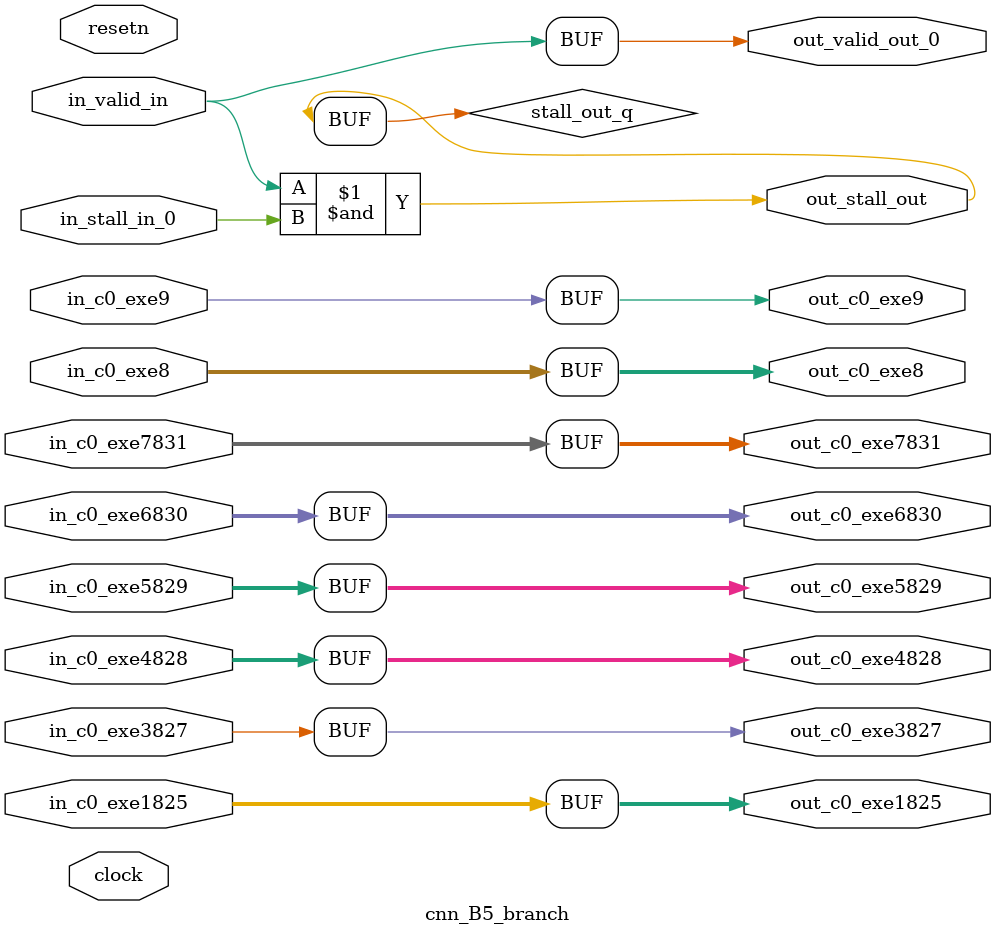
<source format=sv>



(* altera_attribute = "-name AUTO_SHIFT_REGISTER_RECOGNITION OFF; -name MESSAGE_DISABLE 10036; -name MESSAGE_DISABLE 10037; -name MESSAGE_DISABLE 14130; -name MESSAGE_DISABLE 14320; -name MESSAGE_DISABLE 15400; -name MESSAGE_DISABLE 14130; -name MESSAGE_DISABLE 10036; -name MESSAGE_DISABLE 12020; -name MESSAGE_DISABLE 12030; -name MESSAGE_DISABLE 12010; -name MESSAGE_DISABLE 12110; -name MESSAGE_DISABLE 14320; -name MESSAGE_DISABLE 13410; -name MESSAGE_DISABLE 113007; -name MESSAGE_DISABLE 10958" *)
module cnn_B5_branch (
    input wire [63:0] in_c0_exe1825,
    input wire [0:0] in_c0_exe3827,
    input wire [63:0] in_c0_exe4828,
    input wire [63:0] in_c0_exe5829,
    input wire [63:0] in_c0_exe6830,
    input wire [63:0] in_c0_exe7831,
    input wire [63:0] in_c0_exe8,
    input wire [0:0] in_c0_exe9,
    input wire [0:0] in_stall_in_0,
    input wire [0:0] in_valid_in,
    output wire [63:0] out_c0_exe1825,
    output wire [0:0] out_c0_exe3827,
    output wire [63:0] out_c0_exe4828,
    output wire [63:0] out_c0_exe5829,
    output wire [63:0] out_c0_exe6830,
    output wire [63:0] out_c0_exe7831,
    output wire [63:0] out_c0_exe8,
    output wire [0:0] out_c0_exe9,
    output wire [0:0] out_stall_out,
    output wire [0:0] out_valid_out_0,
    input wire clock,
    input wire resetn
    );

    wire [0:0] stall_out_q;
    reg [0:0] rst_sync_rst_sclrn;


    // out_c0_exe1825(GPOUT,12)
    assign out_c0_exe1825 = in_c0_exe1825;

    // out_c0_exe3827(GPOUT,13)
    assign out_c0_exe3827 = in_c0_exe3827;

    // out_c0_exe4828(GPOUT,14)
    assign out_c0_exe4828 = in_c0_exe4828;

    // out_c0_exe5829(GPOUT,15)
    assign out_c0_exe5829 = in_c0_exe5829;

    // out_c0_exe6830(GPOUT,16)
    assign out_c0_exe6830 = in_c0_exe6830;

    // out_c0_exe7831(GPOUT,17)
    assign out_c0_exe7831 = in_c0_exe7831;

    // out_c0_exe8(GPOUT,18)
    assign out_c0_exe8 = in_c0_exe8;

    // out_c0_exe9(GPOUT,19)
    assign out_c0_exe9 = in_c0_exe9;

    // stall_out(LOGICAL,22)
    assign stall_out_q = in_valid_in & in_stall_in_0;

    // out_stall_out(GPOUT,20)
    assign out_stall_out = stall_out_q;

    // out_valid_out_0(GPOUT,21)
    assign out_valid_out_0 = in_valid_in;

    // rst_sync(RESETSYNC,23)
    acl_reset_handler #(
        .ASYNC_RESET(0),
        .USE_SYNCHRONIZER(1),
        .PULSE_EXTENSION(0),
        .PIPE_DEPTH(3),
        .DUPLICATE(1)
    ) therst_sync (
        .clk(clock),
        .i_resetn(resetn),
        .o_sclrn(rst_sync_rst_sclrn)
    );

endmodule

</source>
